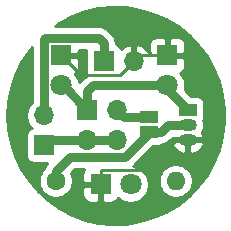
<source format=gtl>
G04 #@! TF.GenerationSoftware,KiCad,Pcbnew,5.1.5+dfsg1-2build2*
G04 #@! TF.CreationDate,2022-04-02T17:49:34+02:00*
G04 #@! TF.ProjectId,rincePile,72696e63-6550-4696-9c65-2e6b69636164,rev?*
G04 #@! TF.SameCoordinates,Original*
G04 #@! TF.FileFunction,Copper,L1,Top*
G04 #@! TF.FilePolarity,Positive*
%FSLAX46Y46*%
G04 Gerber Fmt 4.6, Leading zero omitted, Abs format (unit mm)*
G04 Created by KiCad (PCBNEW 5.1.5+dfsg1-2build2) date 2022-04-02 17:49:34*
%MOMM*%
%LPD*%
G04 APERTURE LIST*
%ADD10O,1.700000X1.700000*%
%ADD11R,1.700000X1.700000*%
%ADD12C,1.800000*%
%ADD13R,1.800000X1.800000*%
%ADD14O,1.600000X1.600000*%
%ADD15C,1.600000*%
%ADD16R,1.500000X1.050000*%
%ADD17O,1.500000X1.050000*%
%ADD18R,1.500000X1.000000*%
%ADD19C,0.750000*%
%ADD20C,0.250000*%
%ADD21C,0.254000*%
G04 APERTURE END LIST*
D10*
X98044000Y18034000D03*
D11*
X98044000Y15494000D03*
D10*
X105664000Y22606000D03*
D11*
X103124000Y22606000D03*
D12*
X99535048Y20595693D03*
D13*
X99535048Y23135693D03*
D14*
X109220000Y12500000D03*
D15*
X99060000Y12500000D03*
D16*
X110250000Y18500000D03*
D17*
X110250000Y15960000D03*
X110250000Y17230000D03*
D18*
X107000000Y17900000D03*
X107000000Y16600000D03*
D12*
X105410000Y12192000D03*
D13*
X102870000Y12192000D03*
D12*
X108505679Y20591641D03*
D13*
X108505679Y23131641D03*
D10*
X104290000Y15960000D03*
X101750000Y15960000D03*
X104290000Y18500000D03*
D11*
X101750000Y18500000D03*
D19*
X103124000Y24206000D02*
X103124000Y22606000D01*
X102719306Y24610694D02*
X103124000Y24206000D01*
X98175047Y24610694D02*
X102719306Y24610694D01*
X98044000Y24479647D02*
X98175047Y24610694D01*
X98044000Y18034000D02*
X98044000Y24479647D01*
X108750000Y17230000D02*
X110250000Y17230000D01*
X108615002Y17230000D02*
X108750000Y17230000D01*
X107985002Y16600000D02*
X108615002Y17230000D01*
X107000000Y16600000D02*
X107985002Y16600000D01*
X99060000Y13310000D02*
X99060000Y12500000D01*
X100250000Y14500000D02*
X99060000Y13310000D01*
X104939002Y14500000D02*
X100250000Y14500000D01*
X107000000Y16560998D02*
X104939002Y14500000D01*
X107000000Y16600000D02*
X107000000Y16560998D01*
X99654307Y20595693D02*
X101750000Y18500000D01*
X99535048Y20595693D02*
X99654307Y20595693D01*
X102241641Y20591641D02*
X107232887Y20591641D01*
X107232887Y20591641D02*
X108505679Y20591641D01*
X101750000Y20100000D02*
X102241641Y20591641D01*
X101750000Y18500000D02*
X101750000Y20100000D01*
X108505679Y20244321D02*
X110250000Y18500000D01*
X108505679Y20591641D02*
X108505679Y20244321D01*
X104290000Y15960000D02*
X101750000Y15960000D01*
X98510000Y15960000D02*
X98044000Y15494000D01*
X101750000Y15960000D02*
X98510000Y15960000D01*
X104890000Y17900000D02*
X104290000Y18500000D01*
X107000000Y17900000D02*
X104890000Y17900000D01*
D20*
X106189641Y23131641D02*
X105664000Y22606000D01*
X108505679Y23131641D02*
X106189641Y23131641D01*
X101239742Y21430999D02*
X99535048Y23135693D01*
X104488999Y21430999D02*
X101239742Y21430999D01*
X105664000Y22606000D02*
X104488999Y21430999D01*
X102870000Y13342000D02*
X102870000Y12192000D01*
X102945001Y13417001D02*
X102870000Y13342000D01*
X106707001Y13417001D02*
X102945001Y13417001D01*
X109250000Y15960000D02*
X106707001Y13417001D01*
X110250000Y15960000D02*
X109250000Y15960000D01*
D21*
G36*
X105022820Y27185353D02*
G01*
X106185821Y26997328D01*
X107315230Y26662126D01*
X108392502Y26185250D01*
X109399947Y25574530D01*
X110321025Y24839995D01*
X111140610Y23993706D01*
X111845245Y23049559D01*
X112423361Y22023056D01*
X112865464Y20931054D01*
X113164295Y19791481D01*
X113314947Y18623051D01*
X113314947Y17444949D01*
X113164295Y16276519D01*
X112865464Y15136946D01*
X112423361Y14044944D01*
X111845245Y13018441D01*
X111140610Y12074294D01*
X110321025Y11228005D01*
X109399947Y10493470D01*
X108392502Y9882750D01*
X107315230Y9405874D01*
X106185821Y9070672D01*
X105022820Y8882647D01*
X103845323Y8844887D01*
X102672665Y8958012D01*
X101524100Y9220164D01*
X100418488Y9627039D01*
X99373983Y10171957D01*
X98407736Y10845969D01*
X97535613Y11638008D01*
X96771934Y12535069D01*
X96129238Y13522423D01*
X95618078Y14583856D01*
X95246849Y15701941D01*
X95021644Y16858318D01*
X94946163Y18034000D01*
X95021644Y19209682D01*
X95246849Y20366059D01*
X95618078Y21484144D01*
X96129238Y22545577D01*
X96771934Y23532931D01*
X97034001Y23840770D01*
X97034000Y19124107D01*
X96890525Y18980632D01*
X96728010Y18737411D01*
X96616068Y18467158D01*
X96559000Y18180260D01*
X96559000Y17887740D01*
X96616068Y17600842D01*
X96728010Y17330589D01*
X96890525Y17087368D01*
X97022380Y16955513D01*
X96949820Y16933502D01*
X96839506Y16874537D01*
X96742815Y16795185D01*
X96663463Y16698494D01*
X96604498Y16588180D01*
X96568188Y16468482D01*
X96555928Y16344000D01*
X96555928Y14644000D01*
X96568188Y14519518D01*
X96604498Y14399820D01*
X96663463Y14289506D01*
X96742815Y14192815D01*
X96839506Y14113463D01*
X96949820Y14054498D01*
X97069518Y14018188D01*
X97194000Y14005928D01*
X98324554Y14005928D01*
X98216153Y13873840D01*
X98139308Y13730072D01*
X98122368Y13698379D01*
X98075944Y13545340D01*
X97945363Y13414759D01*
X97788320Y13179727D01*
X97680147Y12918574D01*
X97625000Y12641335D01*
X97625000Y12358665D01*
X97680147Y12081426D01*
X97788320Y11820273D01*
X97945363Y11585241D01*
X98145241Y11385363D01*
X98380273Y11228320D01*
X98641426Y11120147D01*
X98918665Y11065000D01*
X99201335Y11065000D01*
X99478574Y11120147D01*
X99739727Y11228320D01*
X99835031Y11292000D01*
X101331928Y11292000D01*
X101344188Y11167518D01*
X101380498Y11047820D01*
X101439463Y10937506D01*
X101518815Y10840815D01*
X101615506Y10761463D01*
X101725820Y10702498D01*
X101845518Y10666188D01*
X101970000Y10653928D01*
X102584250Y10657000D01*
X102743000Y10815750D01*
X102743000Y12065000D01*
X101493750Y12065000D01*
X101335000Y11906250D01*
X101331928Y11292000D01*
X99835031Y11292000D01*
X99974759Y11385363D01*
X100174637Y11585241D01*
X100331680Y11820273D01*
X100439853Y12081426D01*
X100495000Y12358665D01*
X100495000Y12641335D01*
X100439853Y12918574D01*
X100339413Y13161058D01*
X100668355Y13490000D01*
X101475167Y13490000D01*
X101439463Y13446494D01*
X101380498Y13336180D01*
X101344188Y13216482D01*
X101331928Y13092000D01*
X101335000Y12477750D01*
X101493750Y12319000D01*
X102743000Y12319000D01*
X102743000Y12339000D01*
X102997000Y12339000D01*
X102997000Y12319000D01*
X103017000Y12319000D01*
X103017000Y12065000D01*
X102997000Y12065000D01*
X102997000Y10815750D01*
X103155750Y10657000D01*
X103770000Y10653928D01*
X103894482Y10666188D01*
X104014180Y10702498D01*
X104124494Y10761463D01*
X104221185Y10840815D01*
X104300537Y10937506D01*
X104359502Y11047820D01*
X104365056Y11066127D01*
X104431495Y10999688D01*
X104682905Y10831701D01*
X104962257Y10715989D01*
X105258816Y10657000D01*
X105561184Y10657000D01*
X105857743Y10715989D01*
X106137095Y10831701D01*
X106388505Y10999688D01*
X106602312Y11213495D01*
X106770299Y11464905D01*
X106886011Y11744257D01*
X106945000Y12040816D01*
X106945000Y12343184D01*
X106886011Y12639743D01*
X106885352Y12641335D01*
X107785000Y12641335D01*
X107785000Y12358665D01*
X107840147Y12081426D01*
X107948320Y11820273D01*
X108105363Y11585241D01*
X108305241Y11385363D01*
X108540273Y11228320D01*
X108801426Y11120147D01*
X109078665Y11065000D01*
X109361335Y11065000D01*
X109638574Y11120147D01*
X109899727Y11228320D01*
X110134759Y11385363D01*
X110334637Y11585241D01*
X110491680Y11820273D01*
X110599853Y12081426D01*
X110655000Y12358665D01*
X110655000Y12641335D01*
X110599853Y12918574D01*
X110491680Y13179727D01*
X110334637Y13414759D01*
X110134759Y13614637D01*
X109899727Y13771680D01*
X109638574Y13879853D01*
X109361335Y13935000D01*
X109078665Y13935000D01*
X108801426Y13879853D01*
X108540273Y13771680D01*
X108305241Y13614637D01*
X108105363Y13414759D01*
X107948320Y13179727D01*
X107840147Y12918574D01*
X107785000Y12641335D01*
X106885352Y12641335D01*
X106770299Y12919095D01*
X106602312Y13170505D01*
X106388505Y13384312D01*
X106137095Y13552299D01*
X105857743Y13668011D01*
X105583710Y13722519D01*
X105656635Y13782367D01*
X105688263Y13820906D01*
X107329285Y15461928D01*
X107750000Y15461928D01*
X107874482Y15474188D01*
X107994180Y15510498D01*
X108104494Y15569463D01*
X108142462Y15600623D01*
X108182996Y15604615D01*
X108346422Y15654190D01*
X108906036Y15654190D01*
X108914728Y15592663D01*
X109007725Y15383118D01*
X109139816Y15195742D01*
X109305924Y15037736D01*
X109499666Y14915172D01*
X109713596Y14832761D01*
X109939493Y14793669D01*
X110123000Y14953402D01*
X110123000Y15833000D01*
X110377000Y15833000D01*
X110377000Y14953402D01*
X110560507Y14793669D01*
X110786404Y14832761D01*
X111000334Y14915172D01*
X111194076Y15037736D01*
X111360184Y15195742D01*
X111492275Y15383118D01*
X111585272Y15592663D01*
X111593964Y15654190D01*
X111468163Y15833000D01*
X110377000Y15833000D01*
X110123000Y15833000D01*
X109031837Y15833000D01*
X108906036Y15654190D01*
X108346422Y15654190D01*
X108373382Y15662368D01*
X108548842Y15756153D01*
X108702635Y15882367D01*
X108734263Y15920906D01*
X108977537Y16164180D01*
X109031837Y16087000D01*
X109796891Y16087000D01*
X109797600Y16086785D01*
X109968021Y16070000D01*
X110531979Y16070000D01*
X110702400Y16086785D01*
X110703109Y16087000D01*
X111468163Y16087000D01*
X111593964Y16265810D01*
X111585272Y16327337D01*
X111492275Y16536882D01*
X111451071Y16595331D01*
X111551885Y16783940D01*
X111618215Y17002600D01*
X111640612Y17230000D01*
X111618215Y17457400D01*
X111554907Y17666098D01*
X111589502Y17730820D01*
X111625812Y17850518D01*
X111638072Y17975000D01*
X111638072Y19025000D01*
X111625812Y19149482D01*
X111589502Y19269180D01*
X111530537Y19379494D01*
X111451185Y19476185D01*
X111354494Y19555537D01*
X111244180Y19614502D01*
X111124482Y19650812D01*
X111000000Y19663072D01*
X110515283Y19663072D01*
X109990445Y20187910D01*
X110040679Y20440457D01*
X110040679Y20742825D01*
X109981690Y21039384D01*
X109865978Y21318736D01*
X109697991Y21570146D01*
X109631552Y21636585D01*
X109649859Y21642139D01*
X109760173Y21701104D01*
X109856864Y21780456D01*
X109936216Y21877147D01*
X109995181Y21987461D01*
X110031491Y22107159D01*
X110043751Y22231641D01*
X110040679Y22845891D01*
X109881929Y23004641D01*
X108632679Y23004641D01*
X108632679Y22984641D01*
X108378679Y22984641D01*
X108378679Y23004641D01*
X108358679Y23004641D01*
X108358679Y23258641D01*
X108378679Y23258641D01*
X108378679Y24507891D01*
X108632679Y24507891D01*
X108632679Y23258641D01*
X109881929Y23258641D01*
X110040679Y23417391D01*
X110043751Y24031641D01*
X110031491Y24156123D01*
X109995181Y24275821D01*
X109936216Y24386135D01*
X109856864Y24482826D01*
X109760173Y24562178D01*
X109649859Y24621143D01*
X109530161Y24657453D01*
X109405679Y24669713D01*
X108791429Y24666641D01*
X108632679Y24507891D01*
X108378679Y24507891D01*
X108219929Y24666641D01*
X107605679Y24669713D01*
X107481197Y24657453D01*
X107361499Y24621143D01*
X107251185Y24562178D01*
X107154494Y24482826D01*
X107075142Y24386135D01*
X107016177Y24275821D01*
X106979867Y24156123D01*
X106967607Y24031641D01*
X106970679Y23417391D01*
X107129427Y23258643D01*
X106995415Y23258643D01*
X106859178Y23487355D01*
X106664269Y23703588D01*
X106430920Y23877641D01*
X106168099Y24002825D01*
X106020890Y24047476D01*
X105791000Y23926155D01*
X105791000Y22733000D01*
X105811000Y22733000D01*
X105811000Y22479000D01*
X105791000Y22479000D01*
X105791000Y22459000D01*
X105537000Y22459000D01*
X105537000Y22479000D01*
X105517000Y22479000D01*
X105517000Y22733000D01*
X105537000Y22733000D01*
X105537000Y23926155D01*
X105307110Y24047476D01*
X105159901Y24002825D01*
X104897080Y23877641D01*
X104663731Y23703588D01*
X104587966Y23619534D01*
X104563502Y23700180D01*
X104504537Y23810494D01*
X104425185Y23907185D01*
X104328494Y23986537D01*
X104218180Y24045502D01*
X104134000Y24071038D01*
X104134000Y24156392D01*
X104138886Y24206000D01*
X104119385Y24403995D01*
X104061632Y24594380D01*
X103967847Y24769840D01*
X103841633Y24923633D01*
X103803094Y24955261D01*
X103468567Y25289788D01*
X103436939Y25328327D01*
X103283146Y25454541D01*
X103107686Y25548326D01*
X102917300Y25606079D01*
X102768914Y25620694D01*
X102719306Y25625580D01*
X102669698Y25620694D01*
X98979249Y25620694D01*
X99373983Y25896043D01*
X100418488Y26440961D01*
X101524100Y26847836D01*
X102672665Y27109988D01*
X103845323Y27223113D01*
X105022820Y27185353D01*
G37*
X105022820Y27185353D02*
X106185821Y26997328D01*
X107315230Y26662126D01*
X108392502Y26185250D01*
X109399947Y25574530D01*
X110321025Y24839995D01*
X111140610Y23993706D01*
X111845245Y23049559D01*
X112423361Y22023056D01*
X112865464Y20931054D01*
X113164295Y19791481D01*
X113314947Y18623051D01*
X113314947Y17444949D01*
X113164295Y16276519D01*
X112865464Y15136946D01*
X112423361Y14044944D01*
X111845245Y13018441D01*
X111140610Y12074294D01*
X110321025Y11228005D01*
X109399947Y10493470D01*
X108392502Y9882750D01*
X107315230Y9405874D01*
X106185821Y9070672D01*
X105022820Y8882647D01*
X103845323Y8844887D01*
X102672665Y8958012D01*
X101524100Y9220164D01*
X100418488Y9627039D01*
X99373983Y10171957D01*
X98407736Y10845969D01*
X97535613Y11638008D01*
X96771934Y12535069D01*
X96129238Y13522423D01*
X95618078Y14583856D01*
X95246849Y15701941D01*
X95021644Y16858318D01*
X94946163Y18034000D01*
X95021644Y19209682D01*
X95246849Y20366059D01*
X95618078Y21484144D01*
X96129238Y22545577D01*
X96771934Y23532931D01*
X97034001Y23840770D01*
X97034000Y19124107D01*
X96890525Y18980632D01*
X96728010Y18737411D01*
X96616068Y18467158D01*
X96559000Y18180260D01*
X96559000Y17887740D01*
X96616068Y17600842D01*
X96728010Y17330589D01*
X96890525Y17087368D01*
X97022380Y16955513D01*
X96949820Y16933502D01*
X96839506Y16874537D01*
X96742815Y16795185D01*
X96663463Y16698494D01*
X96604498Y16588180D01*
X96568188Y16468482D01*
X96555928Y16344000D01*
X96555928Y14644000D01*
X96568188Y14519518D01*
X96604498Y14399820D01*
X96663463Y14289506D01*
X96742815Y14192815D01*
X96839506Y14113463D01*
X96949820Y14054498D01*
X97069518Y14018188D01*
X97194000Y14005928D01*
X98324554Y14005928D01*
X98216153Y13873840D01*
X98139308Y13730072D01*
X98122368Y13698379D01*
X98075944Y13545340D01*
X97945363Y13414759D01*
X97788320Y13179727D01*
X97680147Y12918574D01*
X97625000Y12641335D01*
X97625000Y12358665D01*
X97680147Y12081426D01*
X97788320Y11820273D01*
X97945363Y11585241D01*
X98145241Y11385363D01*
X98380273Y11228320D01*
X98641426Y11120147D01*
X98918665Y11065000D01*
X99201335Y11065000D01*
X99478574Y11120147D01*
X99739727Y11228320D01*
X99835031Y11292000D01*
X101331928Y11292000D01*
X101344188Y11167518D01*
X101380498Y11047820D01*
X101439463Y10937506D01*
X101518815Y10840815D01*
X101615506Y10761463D01*
X101725820Y10702498D01*
X101845518Y10666188D01*
X101970000Y10653928D01*
X102584250Y10657000D01*
X102743000Y10815750D01*
X102743000Y12065000D01*
X101493750Y12065000D01*
X101335000Y11906250D01*
X101331928Y11292000D01*
X99835031Y11292000D01*
X99974759Y11385363D01*
X100174637Y11585241D01*
X100331680Y11820273D01*
X100439853Y12081426D01*
X100495000Y12358665D01*
X100495000Y12641335D01*
X100439853Y12918574D01*
X100339413Y13161058D01*
X100668355Y13490000D01*
X101475167Y13490000D01*
X101439463Y13446494D01*
X101380498Y13336180D01*
X101344188Y13216482D01*
X101331928Y13092000D01*
X101335000Y12477750D01*
X101493750Y12319000D01*
X102743000Y12319000D01*
X102743000Y12339000D01*
X102997000Y12339000D01*
X102997000Y12319000D01*
X103017000Y12319000D01*
X103017000Y12065000D01*
X102997000Y12065000D01*
X102997000Y10815750D01*
X103155750Y10657000D01*
X103770000Y10653928D01*
X103894482Y10666188D01*
X104014180Y10702498D01*
X104124494Y10761463D01*
X104221185Y10840815D01*
X104300537Y10937506D01*
X104359502Y11047820D01*
X104365056Y11066127D01*
X104431495Y10999688D01*
X104682905Y10831701D01*
X104962257Y10715989D01*
X105258816Y10657000D01*
X105561184Y10657000D01*
X105857743Y10715989D01*
X106137095Y10831701D01*
X106388505Y10999688D01*
X106602312Y11213495D01*
X106770299Y11464905D01*
X106886011Y11744257D01*
X106945000Y12040816D01*
X106945000Y12343184D01*
X106886011Y12639743D01*
X106885352Y12641335D01*
X107785000Y12641335D01*
X107785000Y12358665D01*
X107840147Y12081426D01*
X107948320Y11820273D01*
X108105363Y11585241D01*
X108305241Y11385363D01*
X108540273Y11228320D01*
X108801426Y11120147D01*
X109078665Y11065000D01*
X109361335Y11065000D01*
X109638574Y11120147D01*
X109899727Y11228320D01*
X110134759Y11385363D01*
X110334637Y11585241D01*
X110491680Y11820273D01*
X110599853Y12081426D01*
X110655000Y12358665D01*
X110655000Y12641335D01*
X110599853Y12918574D01*
X110491680Y13179727D01*
X110334637Y13414759D01*
X110134759Y13614637D01*
X109899727Y13771680D01*
X109638574Y13879853D01*
X109361335Y13935000D01*
X109078665Y13935000D01*
X108801426Y13879853D01*
X108540273Y13771680D01*
X108305241Y13614637D01*
X108105363Y13414759D01*
X107948320Y13179727D01*
X107840147Y12918574D01*
X107785000Y12641335D01*
X106885352Y12641335D01*
X106770299Y12919095D01*
X106602312Y13170505D01*
X106388505Y13384312D01*
X106137095Y13552299D01*
X105857743Y13668011D01*
X105583710Y13722519D01*
X105656635Y13782367D01*
X105688263Y13820906D01*
X107329285Y15461928D01*
X107750000Y15461928D01*
X107874482Y15474188D01*
X107994180Y15510498D01*
X108104494Y15569463D01*
X108142462Y15600623D01*
X108182996Y15604615D01*
X108346422Y15654190D01*
X108906036Y15654190D01*
X108914728Y15592663D01*
X109007725Y15383118D01*
X109139816Y15195742D01*
X109305924Y15037736D01*
X109499666Y14915172D01*
X109713596Y14832761D01*
X109939493Y14793669D01*
X110123000Y14953402D01*
X110123000Y15833000D01*
X110377000Y15833000D01*
X110377000Y14953402D01*
X110560507Y14793669D01*
X110786404Y14832761D01*
X111000334Y14915172D01*
X111194076Y15037736D01*
X111360184Y15195742D01*
X111492275Y15383118D01*
X111585272Y15592663D01*
X111593964Y15654190D01*
X111468163Y15833000D01*
X110377000Y15833000D01*
X110123000Y15833000D01*
X109031837Y15833000D01*
X108906036Y15654190D01*
X108346422Y15654190D01*
X108373382Y15662368D01*
X108548842Y15756153D01*
X108702635Y15882367D01*
X108734263Y15920906D01*
X108977537Y16164180D01*
X109031837Y16087000D01*
X109796891Y16087000D01*
X109797600Y16086785D01*
X109968021Y16070000D01*
X110531979Y16070000D01*
X110702400Y16086785D01*
X110703109Y16087000D01*
X111468163Y16087000D01*
X111593964Y16265810D01*
X111585272Y16327337D01*
X111492275Y16536882D01*
X111451071Y16595331D01*
X111551885Y16783940D01*
X111618215Y17002600D01*
X111640612Y17230000D01*
X111618215Y17457400D01*
X111554907Y17666098D01*
X111589502Y17730820D01*
X111625812Y17850518D01*
X111638072Y17975000D01*
X111638072Y19025000D01*
X111625812Y19149482D01*
X111589502Y19269180D01*
X111530537Y19379494D01*
X111451185Y19476185D01*
X111354494Y19555537D01*
X111244180Y19614502D01*
X111124482Y19650812D01*
X111000000Y19663072D01*
X110515283Y19663072D01*
X109990445Y20187910D01*
X110040679Y20440457D01*
X110040679Y20742825D01*
X109981690Y21039384D01*
X109865978Y21318736D01*
X109697991Y21570146D01*
X109631552Y21636585D01*
X109649859Y21642139D01*
X109760173Y21701104D01*
X109856864Y21780456D01*
X109936216Y21877147D01*
X109995181Y21987461D01*
X110031491Y22107159D01*
X110043751Y22231641D01*
X110040679Y22845891D01*
X109881929Y23004641D01*
X108632679Y23004641D01*
X108632679Y22984641D01*
X108378679Y22984641D01*
X108378679Y23004641D01*
X108358679Y23004641D01*
X108358679Y23258641D01*
X108378679Y23258641D01*
X108378679Y24507891D01*
X108632679Y24507891D01*
X108632679Y23258641D01*
X109881929Y23258641D01*
X110040679Y23417391D01*
X110043751Y24031641D01*
X110031491Y24156123D01*
X109995181Y24275821D01*
X109936216Y24386135D01*
X109856864Y24482826D01*
X109760173Y24562178D01*
X109649859Y24621143D01*
X109530161Y24657453D01*
X109405679Y24669713D01*
X108791429Y24666641D01*
X108632679Y24507891D01*
X108378679Y24507891D01*
X108219929Y24666641D01*
X107605679Y24669713D01*
X107481197Y24657453D01*
X107361499Y24621143D01*
X107251185Y24562178D01*
X107154494Y24482826D01*
X107075142Y24386135D01*
X107016177Y24275821D01*
X106979867Y24156123D01*
X106967607Y24031641D01*
X106970679Y23417391D01*
X107129427Y23258643D01*
X106995415Y23258643D01*
X106859178Y23487355D01*
X106664269Y23703588D01*
X106430920Y23877641D01*
X106168099Y24002825D01*
X106020890Y24047476D01*
X105791000Y23926155D01*
X105791000Y22733000D01*
X105811000Y22733000D01*
X105811000Y22479000D01*
X105791000Y22479000D01*
X105791000Y22459000D01*
X105537000Y22459000D01*
X105537000Y22479000D01*
X105517000Y22479000D01*
X105517000Y22733000D01*
X105537000Y22733000D01*
X105537000Y23926155D01*
X105307110Y24047476D01*
X105159901Y24002825D01*
X104897080Y23877641D01*
X104663731Y23703588D01*
X104587966Y23619534D01*
X104563502Y23700180D01*
X104504537Y23810494D01*
X104425185Y23907185D01*
X104328494Y23986537D01*
X104218180Y24045502D01*
X104134000Y24071038D01*
X104134000Y24156392D01*
X104138886Y24206000D01*
X104119385Y24403995D01*
X104061632Y24594380D01*
X103967847Y24769840D01*
X103841633Y24923633D01*
X103803094Y24955261D01*
X103468567Y25289788D01*
X103436939Y25328327D01*
X103283146Y25454541D01*
X103107686Y25548326D01*
X102917300Y25606079D01*
X102768914Y25620694D01*
X102719306Y25625580D01*
X102669698Y25620694D01*
X98979249Y25620694D01*
X99373983Y25896043D01*
X100418488Y26440961D01*
X101524100Y26847836D01*
X102672665Y27109988D01*
X103845323Y27223113D01*
X105022820Y27185353D01*
G36*
X101648188Y23580482D02*
G01*
X101635928Y23456000D01*
X101635928Y21756000D01*
X101648188Y21631518D01*
X101684498Y21511820D01*
X101714744Y21455234D01*
X101677801Y21435488D01*
X101524008Y21309274D01*
X101492376Y21270730D01*
X101070902Y20849257D01*
X101052661Y20834287D01*
X101011059Y21043436D01*
X100895347Y21322788D01*
X100727360Y21574198D01*
X100660921Y21640637D01*
X100679228Y21646191D01*
X100789542Y21705156D01*
X100886233Y21784508D01*
X100965585Y21881199D01*
X101024550Y21991513D01*
X101060860Y22111211D01*
X101073120Y22235693D01*
X101070048Y22849943D01*
X100911298Y23008693D01*
X99662048Y23008693D01*
X99662048Y22988693D01*
X99408048Y22988693D01*
X99408048Y23008693D01*
X99388048Y23008693D01*
X99388048Y23262693D01*
X99408048Y23262693D01*
X99408048Y23282693D01*
X99662048Y23282693D01*
X99662048Y23262693D01*
X100911298Y23262693D01*
X101070048Y23421443D01*
X101070944Y23600694D01*
X101654319Y23600694D01*
X101648188Y23580482D01*
G37*
X101648188Y23580482D02*
X101635928Y23456000D01*
X101635928Y21756000D01*
X101648188Y21631518D01*
X101684498Y21511820D01*
X101714744Y21455234D01*
X101677801Y21435488D01*
X101524008Y21309274D01*
X101492376Y21270730D01*
X101070902Y20849257D01*
X101052661Y20834287D01*
X101011059Y21043436D01*
X100895347Y21322788D01*
X100727360Y21574198D01*
X100660921Y21640637D01*
X100679228Y21646191D01*
X100789542Y21705156D01*
X100886233Y21784508D01*
X100965585Y21881199D01*
X101024550Y21991513D01*
X101060860Y22111211D01*
X101073120Y22235693D01*
X101070048Y22849943D01*
X100911298Y23008693D01*
X99662048Y23008693D01*
X99662048Y22988693D01*
X99408048Y22988693D01*
X99408048Y23008693D01*
X99388048Y23008693D01*
X99388048Y23262693D01*
X99408048Y23262693D01*
X99408048Y23282693D01*
X99662048Y23282693D01*
X99662048Y23262693D01*
X100911298Y23262693D01*
X101070048Y23421443D01*
X101070944Y23600694D01*
X101654319Y23600694D01*
X101648188Y23580482D01*
M02*

</source>
